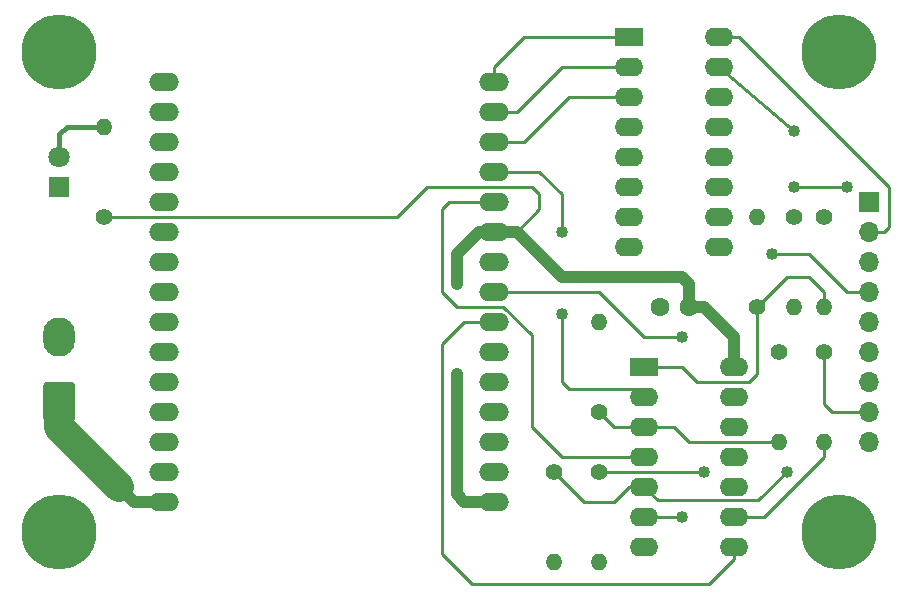
<source format=gbr>
%TF.GenerationSoftware,KiCad,Pcbnew,5.1.6-c6e7f7d~86~ubuntu20.04.1*%
%TF.CreationDate,2020-06-13T16:26:38-04:00*%
%TF.ProjectId,set_board,7365745f-626f-4617-9264-2e6b69636164,rev?*%
%TF.SameCoordinates,Original*%
%TF.FileFunction,Copper,L1,Top*%
%TF.FilePolarity,Positive*%
%FSLAX46Y46*%
G04 Gerber Fmt 4.6, Leading zero omitted, Abs format (unit mm)*
G04 Created by KiCad (PCBNEW 5.1.6-c6e7f7d~86~ubuntu20.04.1) date 2020-06-13 16:26:38*
%MOMM*%
%LPD*%
G01*
G04 APERTURE LIST*
%TA.AperFunction,ComponentPad*%
%ADD10O,2.540000X1.524000*%
%TD*%
%TA.AperFunction,ComponentPad*%
%ADD11C,6.350000*%
%TD*%
%TA.AperFunction,ComponentPad*%
%ADD12C,1.600000*%
%TD*%
%TA.AperFunction,ComponentPad*%
%ADD13R,1.800000X1.800000*%
%TD*%
%TA.AperFunction,ComponentPad*%
%ADD14C,1.800000*%
%TD*%
%TA.AperFunction,ComponentPad*%
%ADD15O,2.700000X3.300000*%
%TD*%
%TA.AperFunction,ComponentPad*%
%ADD16R,1.700000X1.700000*%
%TD*%
%TA.AperFunction,ComponentPad*%
%ADD17O,1.700000X1.700000*%
%TD*%
%TA.AperFunction,ComponentPad*%
%ADD18C,1.400000*%
%TD*%
%TA.AperFunction,ComponentPad*%
%ADD19O,1.400000X1.400000*%
%TD*%
%TA.AperFunction,ComponentPad*%
%ADD20R,2.400000X1.600000*%
%TD*%
%TA.AperFunction,ComponentPad*%
%ADD21O,2.400000X1.600000*%
%TD*%
%TA.AperFunction,ViaPad*%
%ADD22C,0.800000*%
%TD*%
%TA.AperFunction,ViaPad*%
%ADD23C,1.016000*%
%TD*%
%TA.AperFunction,Conductor*%
%ADD24C,1.016000*%
%TD*%
%TA.AperFunction,Conductor*%
%ADD25C,0.254000*%
%TD*%
%TA.AperFunction,Conductor*%
%ADD26C,0.381000*%
%TD*%
%TA.AperFunction,Conductor*%
%ADD27C,2.540000*%
%TD*%
%TA.AperFunction,Conductor*%
%ADD28C,0.250000*%
%TD*%
G04 APERTURE END LIST*
D10*
%TO.P,U2,1*%
%TO.N,Net-(U2-Pad1)*%
X92710000Y-93980000D03*
%TO.P,U2,2*%
%TO.N,Net-(U2-Pad2)*%
X92710000Y-96520000D03*
%TO.P,U2,3*%
%TO.N,Net-(U2-Pad3)*%
X92710000Y-99060000D03*
%TO.P,U2,4*%
%TO.N,Net-(U2-Pad4)*%
X92710000Y-101600000D03*
%TO.P,U2,5*%
%TO.N,Net-(U2-Pad5)*%
X92710000Y-104140000D03*
%TO.P,U2,6*%
%TO.N,Net-(U2-Pad6)*%
X92710000Y-106680000D03*
%TO.P,U2,7*%
%TO.N,Net-(U2-Pad7)*%
X92710000Y-109220000D03*
%TO.P,U2,8*%
%TO.N,Net-(U2-Pad8)*%
X92710000Y-111760000D03*
%TO.P,U2,9*%
%TO.N,Net-(U2-Pad9)*%
X92710000Y-114300000D03*
%TO.P,U2,10*%
%TO.N,GND*%
X92710000Y-116840000D03*
%TO.P,U2,11*%
%TO.N,Net-(U2-Pad11)*%
X92710000Y-119380000D03*
%TO.P,U2,12*%
%TO.N,Net-(U2-Pad12)*%
X92710000Y-121920000D03*
%TO.P,U2,13*%
%TO.N,Net-(U2-Pad13)*%
X92710000Y-124460000D03*
%TO.P,U2,14*%
%TO.N,GND*%
X92710000Y-127000000D03*
%TO.P,U2,15*%
%TO.N,Net-(J1-Pad1)*%
X92710000Y-129540000D03*
%TO.P,U2,16*%
%TO.N,+3V3*%
X120650000Y-129540000D03*
%TO.P,U2,17*%
%TO.N,GND*%
X120650000Y-127000000D03*
%TO.P,U2,18*%
%TO.N,Net-(U2-Pad18)*%
X120650000Y-124460000D03*
%TO.P,U2,19*%
%TO.N,Net-(U2-Pad19)*%
X120650000Y-121920000D03*
%TO.P,U2,20*%
%TO.N,Net-(U2-Pad20)*%
X120650000Y-119380000D03*
%TO.P,U2,21*%
%TO.N,Net-(U2-Pad21)*%
X120650000Y-116840000D03*
%TO.P,U2,22*%
%TO.N,Net-(U1-Pad8)*%
X120650000Y-114300000D03*
%TO.P,U2,23*%
%TO.N,Net-(U1-Pad6)*%
X120650000Y-111760000D03*
%TO.P,U2,24*%
%TO.N,GND*%
X120650000Y-109220000D03*
%TO.P,U2,25*%
%TO.N,+3V3*%
X120650000Y-106680000D03*
%TO.P,U2,26*%
%TO.N,Net-(U1-Pad4)*%
X120650000Y-104140000D03*
%TO.P,U2,27*%
%TO.N,Net-(U1-Pad2)*%
X120650000Y-101600000D03*
%TO.P,U2,28*%
%TO.N,Net-(U2-Pad28)*%
X120650000Y-99060000D03*
%TO.P,U2,29*%
%TO.N,Net-(U2-Pad29)*%
X120650000Y-96520000D03*
%TO.P,U2,30*%
%TO.N,Net-(U2-Pad30)*%
X120650000Y-93980000D03*
%TD*%
D11*
%TO.P,REF\u002A\u002A,1*%
%TO.N,N/C*%
X149860000Y-132080000D03*
%TD*%
%TO.P,REF\u002A\u002A,1*%
%TO.N,N/C*%
X149860000Y-91440000D03*
%TD*%
%TO.P,REF\u002A\u002A,1*%
%TO.N,N/C*%
X83820000Y-91440000D03*
%TD*%
%TO.P,REF\u002A\u002A,1*%
%TO.N,N/C*%
X83820000Y-132080000D03*
%TD*%
D12*
%TO.P,C1,1*%
%TO.N,+3V3*%
X137160000Y-113030000D03*
%TO.P,C1,2*%
%TO.N,GND*%
X134660000Y-113030000D03*
%TD*%
D13*
%TO.P,D1,1*%
%TO.N,GND*%
X83820000Y-102870000D03*
D14*
%TO.P,D1,2*%
%TO.N,Net-(D1-Pad2)*%
X83820000Y-100330000D03*
%TD*%
%TO.P,J1,1*%
%TO.N,Net-(J1-Pad1)*%
%TA.AperFunction,ComponentPad*%
G36*
G01*
X85170000Y-119670001D02*
X85170000Y-122469999D01*
G75*
G02*
X84919999Y-122720000I-250001J0D01*
G01*
X82720001Y-122720000D01*
G75*
G02*
X82470000Y-122469999I0J250001D01*
G01*
X82470000Y-119670001D01*
G75*
G02*
X82720001Y-119420000I250001J0D01*
G01*
X84919999Y-119420000D01*
G75*
G02*
X85170000Y-119670001I0J-250001D01*
G01*
G37*
%TD.AperFunction*%
D15*
%TO.P,J1,2*%
%TO.N,GND*%
X83820000Y-115570000D03*
%TD*%
D16*
%TO.P,J2,1*%
%TO.N,GND*%
X152400000Y-104140000D03*
D17*
%TO.P,J2,2*%
%TO.N,Net-(J2-Pad2)*%
X152400000Y-106680000D03*
%TO.P,J2,3*%
%TO.N,Net-(J2-Pad3)*%
X152400000Y-109220000D03*
%TO.P,J2,4*%
%TO.N,Net-(J2-Pad4)*%
X152400000Y-111760000D03*
%TO.P,J2,5*%
%TO.N,Net-(J2-Pad5)*%
X152400000Y-114300000D03*
%TO.P,J2,6*%
%TO.N,Net-(J2-Pad6)*%
X152400000Y-116840000D03*
%TO.P,J2,7*%
%TO.N,Net-(J2-Pad7)*%
X152400000Y-119380000D03*
%TO.P,J2,8*%
%TO.N,Net-(J2-Pad8)*%
X152400000Y-121920000D03*
%TO.P,J2,9*%
%TO.N,GND*%
X152400000Y-124460000D03*
%TD*%
D18*
%TO.P,R1,1*%
%TO.N,+3V3*%
X87630000Y-105410000D03*
D19*
%TO.P,R1,2*%
%TO.N,Net-(D1-Pad2)*%
X87630000Y-97790000D03*
%TD*%
D18*
%TO.P,R2,1*%
%TO.N,Net-(R2-Pad1)*%
X142875000Y-113030000D03*
D19*
%TO.P,R2,2*%
%TO.N,GND*%
X142875000Y-105410000D03*
%TD*%
D18*
%TO.P,R3,1*%
%TO.N,Net-(R3-Pad1)*%
X129540000Y-121920000D03*
D19*
%TO.P,R3,2*%
%TO.N,GND*%
X129540000Y-114300000D03*
%TD*%
D18*
%TO.P,R4,1*%
%TO.N,Net-(R4-Pad1)*%
X125730000Y-127000000D03*
D19*
%TO.P,R4,2*%
%TO.N,GND*%
X125730000Y-134620000D03*
%TD*%
D18*
%TO.P,R5,1*%
%TO.N,Net-(R5-Pad1)*%
X129540000Y-127000000D03*
D19*
%TO.P,R5,2*%
%TO.N,GND*%
X129540000Y-134620000D03*
%TD*%
%TO.P,R6,2*%
%TO.N,Net-(R2-Pad1)*%
X148590000Y-113030000D03*
D18*
%TO.P,R6,1*%
%TO.N,Net-(J2-Pad5)*%
X148590000Y-105410000D03*
%TD*%
D19*
%TO.P,R7,2*%
%TO.N,Net-(R3-Pad1)*%
X144780000Y-124460000D03*
D18*
%TO.P,R7,1*%
%TO.N,Net-(J2-Pad6)*%
X144780000Y-116840000D03*
%TD*%
D19*
%TO.P,R8,2*%
%TO.N,Net-(R4-Pad1)*%
X146050000Y-113030000D03*
D18*
%TO.P,R8,1*%
%TO.N,Net-(J2-Pad7)*%
X146050000Y-105410000D03*
%TD*%
D19*
%TO.P,R9,2*%
%TO.N,Net-(R5-Pad1)*%
X148590000Y-124460000D03*
D18*
%TO.P,R9,1*%
%TO.N,Net-(J2-Pad8)*%
X148590000Y-116840000D03*
%TD*%
D20*
%TO.P,U1,1*%
%TO.N,Net-(R2-Pad1)*%
X133350000Y-118110000D03*
D21*
%TO.P,U1,8*%
%TO.N,Net-(U1-Pad8)*%
X140970000Y-133350000D03*
%TO.P,U1,2*%
%TO.N,Net-(U1-Pad2)*%
X133350000Y-120650000D03*
%TO.P,U1,9*%
%TO.N,Net-(R5-Pad1)*%
X140970000Y-130810000D03*
%TO.P,U1,3*%
%TO.N,Net-(R3-Pad1)*%
X133350000Y-123190000D03*
%TO.P,U1,10*%
%TO.N,N/C*%
X140970000Y-128270000D03*
%TO.P,U1,4*%
%TO.N,Net-(U1-Pad4)*%
X133350000Y-125730000D03*
%TO.P,U1,11*%
%TO.N,N/C*%
X140970000Y-125730000D03*
%TO.P,U1,5*%
%TO.N,Net-(R4-Pad1)*%
X133350000Y-128270000D03*
%TO.P,U1,12*%
%TO.N,N/C*%
X140970000Y-123190000D03*
%TO.P,U1,6*%
%TO.N,Net-(U1-Pad6)*%
X133350000Y-130810000D03*
%TO.P,U1,13*%
%TO.N,N/C*%
X140970000Y-120650000D03*
%TO.P,U1,7*%
%TO.N,GND*%
X133350000Y-133350000D03*
%TO.P,U1,14*%
%TO.N,+3V3*%
X140970000Y-118110000D03*
%TD*%
D20*
%TO.P,U3,1*%
%TO.N,Net-(U2-Pad30)*%
X132080000Y-90170000D03*
D21*
%TO.P,U3,9*%
%TO.N,Net-(U3-Pad9)*%
X139700000Y-107950000D03*
%TO.P,U3,2*%
%TO.N,Net-(U2-Pad29)*%
X132080000Y-92710000D03*
%TO.P,U3,10*%
%TO.N,Net-(U3-Pad10)*%
X139700000Y-105410000D03*
%TO.P,U3,3*%
%TO.N,Net-(U2-Pad28)*%
X132080000Y-95250000D03*
%TO.P,U3,11*%
%TO.N,Net-(U3-Pad11)*%
X139700000Y-102870000D03*
%TO.P,U3,4*%
%TO.N,Net-(U3-Pad4)*%
X132080000Y-97790000D03*
%TO.P,U3,12*%
%TO.N,Net-(U3-Pad12)*%
X139700000Y-100330000D03*
%TO.P,U3,5*%
%TO.N,Net-(U3-Pad5)*%
X132080000Y-100330000D03*
%TO.P,U3,13*%
%TO.N,Net-(U3-Pad13)*%
X139700000Y-97790000D03*
%TO.P,U3,6*%
%TO.N,Net-(U3-Pad6)*%
X132080000Y-102870000D03*
%TO.P,U3,14*%
%TO.N,Net-(J2-Pad4)*%
X139700000Y-95250000D03*
%TO.P,U3,7*%
%TO.N,Net-(U3-Pad7)*%
X132080000Y-105410000D03*
%TO.P,U3,15*%
%TO.N,Net-(J2-Pad3)*%
X139700000Y-92710000D03*
%TO.P,U3,8*%
%TO.N,GND*%
X132080000Y-107950000D03*
%TO.P,U3,16*%
%TO.N,Net-(J2-Pad2)*%
X139700000Y-90170000D03*
%TD*%
D22*
%TO.N,+3V3*%
X117475000Y-111125000D03*
X117475000Y-118745000D03*
D23*
%TO.N,Net-(J2-Pad3)*%
X146050000Y-102870000D03*
X150495000Y-102870000D03*
X146050000Y-98171000D03*
%TO.N,Net-(J2-Pad4)*%
X144145000Y-108585000D03*
%TO.N,Net-(R4-Pad1)*%
X145415000Y-127000000D03*
%TO.N,Net-(R5-Pad1)*%
X138430000Y-127000000D03*
%TO.N,Net-(U1-Pad2)*%
X126365000Y-113665000D03*
X126365000Y-106680000D03*
%TO.N,Net-(U1-Pad6)*%
X136525000Y-115570000D03*
X136525000Y-130810000D03*
%TD*%
D24*
%TO.N,+3V3*%
X137160000Y-113030000D02*
X138430000Y-113030000D01*
X140970000Y-115570000D02*
X140970000Y-118110000D01*
X138430000Y-113030000D02*
X140970000Y-115570000D01*
X120650000Y-106680000D02*
X122555000Y-106680000D01*
X122555000Y-106680000D02*
X126365000Y-110490000D01*
X126365000Y-110490000D02*
X136525000Y-110490000D01*
X136525000Y-110490000D02*
X137160000Y-111125000D01*
X137160000Y-111125000D02*
X137160000Y-113030000D01*
X120650000Y-106680000D02*
X119380000Y-106680000D01*
X119380000Y-106680000D02*
X117475000Y-108585000D01*
X117475000Y-108585000D02*
X117475000Y-111125000D01*
X117475000Y-118745000D02*
X117475000Y-128905000D01*
X118110000Y-129540000D02*
X120650000Y-129540000D01*
X117475000Y-128905000D02*
X118110000Y-129540000D01*
D25*
X87630000Y-105410000D02*
X112395000Y-105410000D01*
X112395000Y-105410000D02*
X114935000Y-102870000D01*
X114935000Y-102870000D02*
X123825000Y-102870000D01*
X123825000Y-102870000D02*
X124460000Y-103505000D01*
X124460000Y-103505000D02*
X124460000Y-104775000D01*
X124460000Y-104775000D02*
X122555000Y-106680000D01*
D26*
%TO.N,Net-(D1-Pad2)*%
X83820000Y-100330000D02*
X83820000Y-98425000D01*
X83820000Y-98425000D02*
X84455000Y-97790000D01*
X84455000Y-97790000D02*
X87630000Y-97790000D01*
D27*
%TO.N,Net-(J1-Pad1)*%
X83820000Y-121070000D02*
X83820000Y-123190000D01*
X83820000Y-123190000D02*
X88900000Y-128270000D01*
D24*
X90170000Y-129540000D02*
X88900000Y-128270000D01*
X92710000Y-129540000D02*
X90170000Y-129540000D01*
D25*
%TO.N,Net-(J2-Pad2)*%
X153670000Y-106680000D02*
X152400000Y-106680000D01*
X154051000Y-106299000D02*
X153670000Y-106680000D01*
X154051000Y-102870000D02*
X154051000Y-106299000D01*
X141351000Y-90170000D02*
X154051000Y-102870000D01*
X139700000Y-90170000D02*
X141351000Y-90170000D01*
%TO.N,Net-(J2-Pad3)*%
X146050000Y-102870000D02*
X150495000Y-102870000D01*
X146050000Y-98171000D02*
X139700000Y-92710000D01*
%TO.N,Net-(J2-Pad4)*%
X152400000Y-111760000D02*
X150495000Y-111760000D01*
X150495000Y-111760000D02*
X147320000Y-108585000D01*
X147320000Y-108585000D02*
X144145000Y-108585000D01*
%TO.N,Net-(J2-Pad8)*%
X148590000Y-116840000D02*
X148590000Y-121285000D01*
X149225000Y-121920000D02*
X152400000Y-121920000D01*
X148590000Y-121285000D02*
X149225000Y-121920000D01*
%TO.N,Net-(R2-Pad1)*%
X148590000Y-111760000D02*
X148590000Y-113030000D01*
X147320000Y-110490000D02*
X148590000Y-111760000D01*
X145415000Y-110490000D02*
X147320000Y-110490000D01*
X142875000Y-113030000D02*
X145415000Y-110490000D01*
D28*
X133350000Y-118110000D02*
X136525000Y-118110000D01*
X136525000Y-118110000D02*
X137795000Y-119380000D01*
X137795000Y-119380000D02*
X142240000Y-119380000D01*
X142240000Y-119380000D02*
X142875000Y-118745000D01*
X142875000Y-118745000D02*
X142875000Y-113030000D01*
D25*
%TO.N,Net-(R3-Pad1)*%
X129540000Y-121920000D02*
X130810000Y-123190000D01*
X130810000Y-123190000D02*
X133350000Y-123190000D01*
X133350000Y-123190000D02*
X135890000Y-123190000D01*
X137160000Y-124460000D02*
X144780000Y-124460000D01*
X135890000Y-123190000D02*
X137160000Y-124460000D01*
%TO.N,Net-(R4-Pad1)*%
X125730000Y-127000000D02*
X128270000Y-129540000D01*
X128270000Y-129540000D02*
X130810000Y-129540000D01*
X130810000Y-129540000D02*
X132080000Y-128270000D01*
X132080000Y-128270000D02*
X133350000Y-128270000D01*
X134477010Y-129397010D02*
X143017990Y-129397010D01*
X133350000Y-128270000D02*
X134477010Y-129397010D01*
X143017990Y-129397010D02*
X145415000Y-127000000D01*
%TO.N,Net-(R5-Pad1)*%
X140970000Y-130810000D02*
X143510000Y-130810000D01*
X148590000Y-125730000D02*
X148590000Y-124460000D01*
X143510000Y-130810000D02*
X148590000Y-125730000D01*
X129540000Y-127000000D02*
X138430000Y-127000000D01*
%TO.N,Net-(U1-Pad8)*%
X118110000Y-114300000D02*
X120650000Y-114300000D01*
X116205000Y-116205000D02*
X118110000Y-114300000D01*
X116205000Y-133985000D02*
X116205000Y-116205000D01*
X118745000Y-136525000D02*
X116205000Y-133985000D01*
X138849000Y-136525000D02*
X118745000Y-136525000D01*
X140970000Y-134404000D02*
X138849000Y-136525000D01*
X140970000Y-133350000D02*
X140970000Y-134404000D01*
%TO.N,Net-(U1-Pad2)*%
X126365000Y-113665000D02*
X126365000Y-119380000D01*
X126365000Y-119380000D02*
X127000000Y-120015000D01*
X132715000Y-120015000D02*
X133350000Y-120650000D01*
X127000000Y-120015000D02*
X132715000Y-120015000D01*
X124460000Y-101600000D02*
X120650000Y-101600000D01*
X126365000Y-103505000D02*
X124460000Y-101600000D01*
X126365000Y-106680000D02*
X126365000Y-103505000D01*
%TO.N,Net-(U1-Pad4)*%
X116840000Y-104140000D02*
X120650000Y-104140000D01*
X116205000Y-104775000D02*
X116840000Y-104140000D01*
X117475000Y-113030000D02*
X116205000Y-111760000D01*
X116205000Y-111760000D02*
X116205000Y-104775000D01*
X121428092Y-113030000D02*
X117475000Y-113030000D01*
X123825000Y-115426908D02*
X121428092Y-113030000D01*
X123825000Y-123190000D02*
X123825000Y-115426908D01*
X126365000Y-125730000D02*
X123825000Y-123190000D01*
X133350000Y-125730000D02*
X126365000Y-125730000D01*
%TO.N,Net-(U1-Pad6)*%
X120650000Y-111760000D02*
X129540000Y-111760000D01*
X129540000Y-111760000D02*
X133350000Y-115570000D01*
X133350000Y-115570000D02*
X136525000Y-115570000D01*
X136525000Y-130810000D02*
X133350000Y-130810000D01*
%TO.N,Net-(U2-Pad28)*%
X127000000Y-95250000D02*
X132080000Y-95250000D01*
X123190000Y-99060000D02*
X127000000Y-95250000D01*
X120650000Y-99060000D02*
X123190000Y-99060000D01*
%TO.N,Net-(U2-Pad29)*%
X120650000Y-96520000D02*
X122555000Y-96520000D01*
X126365000Y-92710000D02*
X132080000Y-92710000D01*
X122555000Y-96520000D02*
X126365000Y-92710000D01*
%TO.N,Net-(U2-Pad30)*%
X120650000Y-93980000D02*
X120650000Y-92710000D01*
X123190000Y-90170000D02*
X132080000Y-90170000D01*
X120650000Y-92710000D02*
X123190000Y-90170000D01*
%TD*%
M02*

</source>
